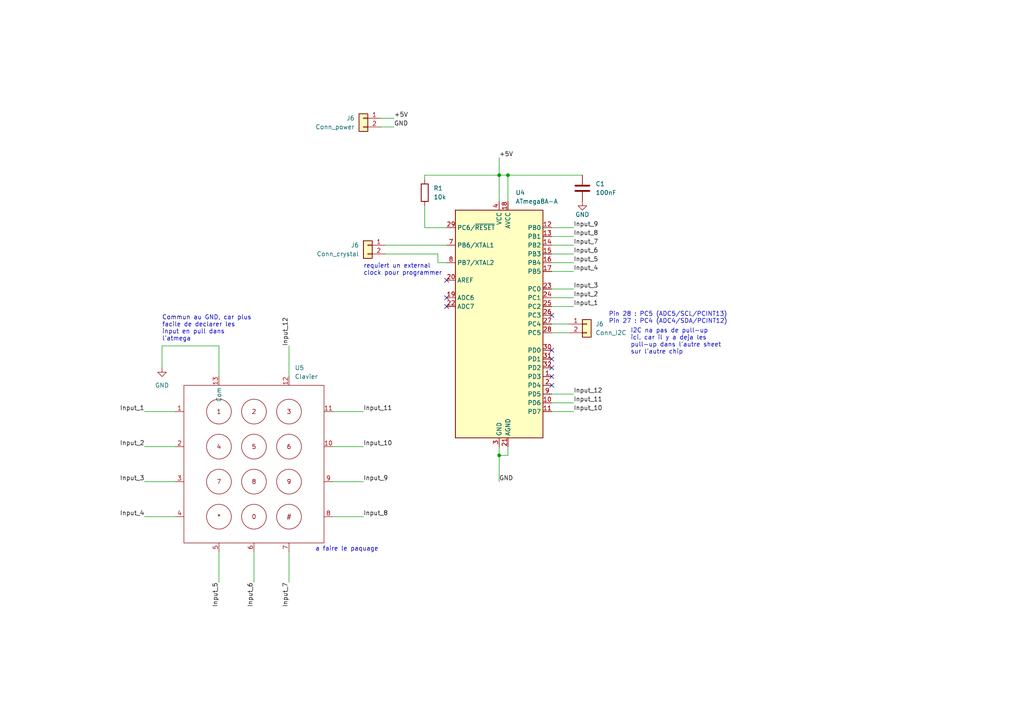
<source format=kicad_sch>
(kicad_sch (version 20230121) (generator eeschema)
  (paper "A4")
  (lib_symbols
    (symbol "Connector_Generic:Conn_01x02" (pin_names (offset 1.016) hide)
      (property "Reference" "J" (at 0 2.54 0))
      (property "Value" "Conn_01x02" (at 0 -5.08 0))
      (symbol "Conn_01x02_1_1"
        (rectangle (start -1.27 -2.413) (end 0 -2.667) (stroke (width 0.1524)))
        (rectangle (start -1.27 0.127) (end 0 -0.127) (stroke (width 0.1524)))
        (rectangle (start -1.27 1.27) (end 1.27 -3.81) (stroke (width 0.254)) (fill (type background)))
        (pin passive line (at -5.08 0 0) (length 3.81) (name "Pin_1") (number "1"))
        (pin passive line (at -5.08 -2.54 0) (length 3.81) (name "Pin_2") (number "2"))
      )
    )
    (symbol "Device:C" (pin_numbers hide) (pin_names (offset 0.254))
      (property "Reference" "C" (at 0.635 2.54 0))
      (property "Value" "C" (at 0.635 -2.54 0))
      (symbol "C_0_1"
        (polyline (pts (xy -2.032 -0.762) (xy 2.032 -0.762)) (stroke (width 0.508)))
        (polyline (pts (xy -2.032 0.762) (xy 2.032 0.762)) (stroke (width 0.508)))
      )
      (symbol "C_1_1"
        (pin passive line (at 0 3.81 270) (length 2.794) (name "~") (number "1"))
        (pin passive line (at 0 -3.81 90) (length 2.794) (name "~") (number "2"))
      )
    )
    (symbol "Device:R" (pin_numbers hide) (pin_names (offset 0))
      (property "Reference" "R" (at 2.032 0 90))
      (property "Value" "R" (at 0 0 90))
      (symbol "R_0_1"
        (rectangle (start -1.016 -2.54) (end 1.016 2.54) (stroke (width 0.254)))
      )
      (symbol "R_1_1"
        (pin passive line (at 0 3.81 270) (length 1.27) (name "~") (number "1"))
        (pin passive line (at 0 -3.81 90) (length 1.27) (name "~") (number "2"))
      )
    )
    (symbol "MCU_Microchip_ATmega:ATmega8A-A"
      (property "Reference" "U" (at -12.7 34.29 0))
      (property "Value" "ATmega8A-A" (at 5.08 -34.29 0))
      (symbol "ATmega8A-A_0_1"
        (rectangle (start -12.7 -33.02) (end 12.7 33.02) (stroke (width 0.254)) (fill (type background)))
      )
      (symbol "ATmega8A-A_1_1"
        (pin bidirectional line (at 15.24 -15.24 180) (length 2.54) (name "PD3") (number "1"))
        (pin bidirectional line (at 15.24 -22.86 180) (length 2.54) (name "PD6") (number "10"))
        (pin bidirectional line (at 15.24 -25.4 180) (length 2.54) (name "PD7") (number "11"))
        (pin bidirectional line (at 15.24 27.94 180) (length 2.54) (name "PB0") (number "12"))
        (pin bidirectional line (at 15.24 25.4 180) (length 2.54) (name "PB1") (number "13"))
        (pin bidirectional line (at 15.24 22.86 180) (length 2.54) (name "PB2") (number "14"))
        (pin bidirectional line (at 15.24 20.32 180) (length 2.54) (name "PB3") (number "15"))
        (pin bidirectional line (at 15.24 17.78 180) (length 2.54) (name "PB4") (number "16"))
        (pin bidirectional line (at 15.24 15.24 180) (length 2.54) (name "PB5") (number "17"))
        (pin power_in line (at 2.54 35.56 270) (length 2.54) (name "AVCC") (number "18"))
        (pin input line (at -15.24 7.62 0) (length 2.54) (name "ADC6") (number "19"))
        (pin bidirectional line (at 15.24 -17.78 180) (length 2.54) (name "PD4") (number "2"))
        (pin passive line (at -15.24 12.7 0) (length 2.54) (name "AREF") (number "20"))
        (pin power_in line (at 2.54 -35.56 90) (length 2.54) (name "AGND") (number "21"))
        (pin input line (at -15.24 5.08 0) (length 2.54) (name "ADC7") (number "22"))
        (pin bidirectional line (at 15.24 10.16 180) (length 2.54) (name "PC0") (number "23"))
        (pin bidirectional line (at 15.24 7.62 180) (length 2.54) (name "PC1") (number "24"))
        (pin bidirectional line (at 15.24 5.08 180) (length 2.54) (name "PC2") (number "25"))
        (pin bidirectional line (at 15.24 2.54 180) (length 2.54) (name "PC3") (number "26"))
        (pin bidirectional line (at 15.24 0 180) (length 2.54) (name "PC4") (number "27"))
        (pin bidirectional line (at 15.24 -2.54 180) (length 2.54) (name "PC5") (number "28"))
        (pin bidirectional line (at -15.24 27.94 0) (length 2.54) (name "PC6/~{RESET}") (number "29"))
        (pin power_in line (at 0 -35.56 90) (length 2.54) (name "GND") (number "3"))
        (pin bidirectional line (at 15.24 -7.62 180) (length 2.54) (name "PD0") (number "30"))
        (pin bidirectional line (at 15.24 -10.16 180) (length 2.54) (name "PD1") (number "31"))
        (pin bidirectional line (at 15.24 -12.7 180) (length 2.54) (name "PD2") (number "32"))
        (pin power_in line (at 0 35.56 270) (length 2.54) (name "VCC") (number "4"))
        (pin passive line (at 0 -35.56 90) (length 2.54) hide (name "GND") (number "5"))
        (pin passive line (at 0 35.56 270) (length 2.54) hide (name "VCC") (number "6"))
        (pin bidirectional line (at -15.24 22.86 0) (length 2.54) (name "PB6/XTAL1") (number "7"))
        (pin bidirectional line (at -15.24 17.78 0) (length 2.54) (name "PB7/XTAL2") (number "8"))
        (pin bidirectional line (at 15.24 -20.32 180) (length 2.54) (name "PD5") (number "9"))
      )
    )
    (symbol "myCustum_symbols:Clavier"
      (property "Reference" "U" (at -20.32 25.4 0))
      (property "Value" "Clavier" (at 0 0 0))
      (symbol "Clavier_0_1"
        (circle (center -10.16 -15.24) (radius 3.5921))
        (circle (center -10.16 -5.08) (radius 3.5921))
        (circle (center -10.16 5.08) (radius 3.5921))
        (circle (center -10.16 15.24) (radius 3.5921))
        (circle (center 0 -15.24) (radius 3.5921))
        (circle (center 0 -5.08) (radius 3.5921))
        (circle (center 0 5.08) (radius 3.5921))
        (circle (center 0 15.24) (radius 3.5921))
        (circle (center 10.16 -15.24) (radius 3.5921))
        (circle (center 10.16 -5.08) (radius 3.5921))
        (circle (center 10.16 5.08) (radius 3.5921))
        (circle (center 10.16 15.24) (radius 3.5921))
      )
      (symbol "Clavier_1_1"
        (rectangle (start -20.32 22.86) (end 20.32 -22.86))
        (text "#" (at 10.16 -15.24 0) (effects (font (size 1.27 1.27))))
        (text "*" (at -10.16 -15.24 0) (effects (font (size 1.27 1.27))))
        (text "0" (at 0 -15.24 0) (effects (font (size 1.27 1.27))))
        (text "1" (at -10.16 15.24 0) (effects (font (size 1.27 1.27))))
        (text "2" (at 0 15.24 0) (effects (font (size 1.27 1.27))))
        (text "3" (at 10.16 15.24 0) (effects (font (size 1.27 1.27))))
        (text "4" (at -10.16 5.08 0) (effects (font (size 1.27 1.27))))
        (text "5" (at 0 5.08 0) (effects (font (size 1.27 1.27))))
        (text "6" (at 10.16 5.08 0) (effects (font (size 1.27 1.27))))
        (text "7" (at -10.16 -5.08 0) (effects (font (size 1.27 1.27))))
        (text "8" (at 0 -5.08 0) (effects (font (size 1.27 1.27))))
        (text "9" (at 10.16 -5.08 0) (effects (font (size 1.27 1.27))))
        (pin output line (at -22.86 15.24 0) (length 2.54) (name "") (number "1"))
        (pin output line (at 22.86 5.08 180) (length 2.54) (name "") (number "10"))
        (pin output line (at 22.86 15.24 180) (length 2.54) (name "") (number "11"))
        (pin output line (at 10.16 25.4 270) (length 2.54) (name "") (number "12"))
        (pin power_in line (at -10.16 25.4 270) (length 2.54) (name "Com") (number "13"))
        (pin output line (at -22.86 5.08 0) (length 2.54) (name "") (number "2"))
        (pin output line (at -22.86 -5.08 0) (length 2.54) (name "") (number "3"))
        (pin output line (at -22.86 -15.24 0) (length 2.54) (name "") (number "4"))
        (pin output line (at -10.16 -25.4 90) (length 2.54) (name "") (number "5"))
        (pin output line (at 0 -25.4 90) (length 2.54) (name "") (number "6"))
        (pin output line (at 10.16 -25.4 90) (length 2.54) (name "") (number "7"))
        (pin output line (at 22.86 -15.24 180) (length 2.54) (name "") (number "8"))
        (pin output line (at 22.86 -5.08 180) (length 2.54) (name "") (number "9"))
      )
    )
    (symbol "power:GND" (power) (pin_names (offset 0))
      (property "Value" "GND" (at 0 -3.81 0))
      (symbol "GND_0_1"
        (polyline (pts (xy 0 0) (xy 0 -1.27) (xy 1.27 -1.27) (xy 0 -2.54) (xy -1.27 -1.27) (xy 0 -1.27)))
      )
      (symbol "GND_1_1"
        (pin power_in line (at 0 0 270) (length 0) hide (name "GND") (number "1"))
      )
    )
  )
  (junction (at 144.78 50.8))
  (junction (at 147.32 50.8))
  (junction (at 144.78 132.08))
  (no_connect (at 160.02 109.22))
  (no_connect (at 160.02 91.44))
  (no_connect (at 160.02 101.6))
  (no_connect (at 160.02 106.68))
  (no_connect (at 129.54 81.28))
  (no_connect (at 129.54 88.9))
  (no_connect (at 160.02 104.14))
  (no_connect (at 160.02 111.76))
  (no_connect (at 129.54 86.36))
  (wire (pts (xy 123.19 50.8) (xy 144.78 50.8)))
  (wire (pts (xy 96.52 149.86) (xy 105.41 149.86)))
  (wire (pts (xy 73.66 160.02) (xy 73.66 168.91)))
  (wire (pts (xy 160.02 114.3) (xy 166.37 114.3)))
  (wire (pts (xy 147.32 50.8) (xy 144.78 50.8)))
  (wire (pts (xy 63.5 160.02) (xy 63.5 168.91)))
  (wire (pts (xy 96.52 119.38) (xy 105.41 119.38)))
  (wire (pts (xy 147.32 129.54) (xy 147.32 132.08)))
  (wire (pts (xy 50.8 119.38) (xy 41.91 119.38)))
  (wire (pts (xy 127 73.66) (xy 111.76 73.66)))
  (wire (pts (xy 83.82 160.02) (xy 83.82 168.91)))
  (wire (pts (xy 160.02 116.84) (xy 166.37 116.84)))
  (wire (pts (xy 127 76.2) (xy 129.54 76.2)))
  (wire (pts (xy 160.02 71.12) (xy 166.37 71.12)))
  (wire (pts (xy 63.5 100.33) (xy 63.5 109.22)))
  (wire (pts (xy 83.82 109.22) (xy 83.82 100.33)))
  (wire (pts (xy 50.8 129.54) (xy 41.91 129.54)))
  (wire (pts (xy 50.8 139.7) (xy 41.91 139.7)))
  (wire (pts (xy 110.49 36.83) (xy 114.3 36.83)))
  (wire (pts (xy 144.78 45.72) (xy 144.78 50.8)))
  (wire (pts (xy 123.19 52.07) (xy 123.19 50.8)))
  (wire (pts (xy 147.32 132.08) (xy 144.78 132.08)))
  (wire (pts (xy 160.02 73.66) (xy 166.37 73.66)))
  (wire (pts (xy 127 76.2) (xy 127 73.66)))
  (wire (pts (xy 147.32 50.8) (xy 168.91 50.8)))
  (wire (pts (xy 111.76 71.12) (xy 129.54 71.12)))
  (wire (pts (xy 50.8 149.86) (xy 41.91 149.86)))
  (wire (pts (xy 110.49 34.29) (xy 114.3 34.29)))
  (wire (pts (xy 160.02 96.52) (xy 165.1 96.52)))
  (wire (pts (xy 160.02 119.38) (xy 166.37 119.38)))
  (wire (pts (xy 96.52 129.54) (xy 105.41 129.54)))
  (wire (pts (xy 147.32 58.42) (xy 147.32 50.8)))
  (wire (pts (xy 160.02 68.58) (xy 166.37 68.58)))
  (wire (pts (xy 160.02 83.82) (xy 166.37 83.82)))
  (wire (pts (xy 160.02 66.04) (xy 166.37 66.04)))
  (wire (pts (xy 96.52 139.7) (xy 105.41 139.7)))
  (wire (pts (xy 160.02 78.74) (xy 166.37 78.74)))
  (wire (pts (xy 160.02 88.9) (xy 166.37 88.9)))
  (wire (pts (xy 160.02 86.36) (xy 166.37 86.36)))
  (wire (pts (xy 144.78 50.8) (xy 144.78 58.42)))
  (wire (pts (xy 160.02 93.98) (xy 165.1 93.98)))
  (wire (pts (xy 46.99 100.33) (xy 63.5 100.33)))
  (wire (pts (xy 144.78 132.08) (xy 144.78 139.7)))
  (wire (pts (xy 46.99 100.33) (xy 46.99 106.68)))
  (wire (pts (xy 123.19 59.69) (xy 123.19 66.04)))
  (wire (pts (xy 160.02 76.2) (xy 166.37 76.2)))
  (wire (pts (xy 123.19 66.04) (xy 129.54 66.04)))
  (wire (pts (xy 144.78 129.54) (xy 144.78 132.08)))
  (text "requiert un external \nclock pour programmer" (at 105.41 80.01 0) (effects (font (size 1.27 1.27)) (justify left bottom)))
  (text "Commun au GND, car plus\nfacile de declarer les\ninput en pull dans \nl'atmega" (at 46.99 99.06 0) (effects (font (size 1.27 1.27)) (justify left bottom)))
  (text "a faire le paquage" (at 91.44 160.02 0) (effects (font (size 1.27 1.27)) (justify left bottom)))
  (text "Pin 28 : PC5 (ADC5/SCL/PCINT13)\nPin 27 : PC4 (ADC4/SDA/PCINT12)" (at 176.53 93.98 0) (effects (font (size 1.27 1.27)) (justify left bottom)))
  (text "I2C na pas de pull-up\nici, car il y a deja les\npull-up dans l'autre sheet\nsur l'autre chip" (at 182.88 102.87 0) (effects (font (size 1.27 1.27)) (justify left bottom)))
  (label "+5V" (at 144.78 45.72 0))
  (label "+5V" (at 114.3 34.29 0))
  (label "Input_1" (at 41.91 119.38 180))
  (label "Input_2" (at 166.37 86.36 0))
  (label "Input_3" (at 41.91 139.7 180))
  (label "Input_9" (at 166.37 66.04 0))
  (label "Input_7" (at 83.82 168.91 270))
  (label "Input_6" (at 166.37 73.66 0))
  (label "Input_7" (at 166.37 71.12 0))
  (label "Input_9" (at 105.41 139.7 0))
  (label "Input_12" (at 166.37 114.3 0))
  (label "Input_11" (at 166.37 116.84 0))
  (label "Input_1" (at 166.37 88.9 0))
  (label "Input_5" (at 166.37 76.2 0))
  (label "Input_12" (at 83.82 100.33 90))
  (label "Input_4" (at 166.37 78.74 0))
  (label "Input_10" (at 105.41 129.54 0))
  (label "Input_8" (at 166.37 68.58 0))
  (label "Input_8" (at 105.41 149.86 0))
  (label "Input_6" (at 73.66 168.91 270))
  (label "Input_10" (at 166.37 119.38 0))
  (label "Input_5" (at 63.5 168.91 270))
  (label "Input_3" (at 166.37 83.82 0))
  (label "Input_4" (at 41.91 149.86 180))
  (label "Input_11" (at 105.41 119.38 0))
  (label "Input_2" (at 41.91 129.54 180))
  (label "GND" (at 114.3 36.83 0))
  (label "GND" (at 144.78 139.7 0))
  (symbol (lib_id "Connector_Generic:Conn_01x02") (at 105.41 34.29 0) (mirror y) (unit 1)
    (property "Reference" "J6" (at 102.87 34.29 0) (effects (justify left)))
    (property "Value" "Conn_power" (at 102.87 36.83 0) (effects (justify left)))
    (property "Footprint" "myLib:Conn1x2" (effects hide))
    (instances (project "laob_maison" (path "" (reference "J6") (unit 1)) (path "" (reference "J13") (unit 1)) (path "" (reference "J15") (unit 1))))
  )
  (symbol (lib_id "Connector_Generic:Conn_01x02") (at 170.18 93.98 0) (unit 1)
    (property "Reference" "J6" (at 172.72 93.98 0) (effects (justify left)))
    (property "Value" "Conn_I2C" (at 172.72 96.52 0) (effects (justify left)))
    (property "Footprint" "myLib:Conn1x2" (effects hide))
    (instances (project "laob_maison" (path "" (reference "J6") (unit 1)) (path "" (reference "J9") (unit 1))))
  )
  (symbol (lib_id "Device:C") (at 168.91 54.61 0) (unit 1)
    (property "Reference" "C1" (at 172.72 53.34 0) (effects (justify left)))
    (property "Value" "100nF" (at 172.72 55.88 0) (effects (justify left)))
    (property "Footprint" "Capacitor_THT:CP_Radial_Tantal_D7.0mm_P5.00mm" (effects hide))
    (instances (project "laob_maison" (path "" (reference "C1") (unit 1)) (path "" (reference "C4") (unit 1))))
  )
  (symbol (lib_id "myCustum_symbols:Clavier") (at 73.66 134.62 0) (unit 1)
    (property "Reference" "U5" (at 85.4711 106.68 0) (effects (justify left)))
    (property "Value" "Clavier" (at 85.4711 109.22 0) (effects (justify left)))
    (property "Footprint" "myLib:Conn1x13_clavier" (effects hide))
  )
  (symbol (lib_id "Connector_Generic:Conn_01x02") (at 106.68 71.12 0) (mirror y) (unit 1)
    (property "Reference" "J6" (at 104.14 71.12 0) (effects (justify left)))
    (property "Value" "Conn_crystal" (at 104.14 73.66 0) (effects (justify left)))
    (property "Footprint" "myLib:Conn1x2" (effects hide))
    (instances (project "laob_maison" (path "" (reference "J6") (unit 1)) (path "" (reference "J4") (unit 1))))
  )
  (symbol (lib_id "MCU_Microchip_ATmega:ATmega8A-A") (at 144.78 93.98 0) (unit 1)
    (property "Reference" "U4" (at 149.5141 55.88 0) (effects (justify left)))
    (property "Value" "ATmega8A-A" (at 149.5141 58.42 0) (effects (justify left)))
    (property "Footprint" "Package_QFP:TQFP-32_7x7mm_P0.8mm" (effects hide))
    (property "Datasheet" "http://ww1.microchip.com/downloads/en/DeviceDoc/Microchip%208bit%20mcu%20AVR%20ATmega8A%20data%20sheet%2040001974A.pdf" (effects hide))
  )
  (symbol (lib_id "power:GND") (at 46.99 106.68 0) (unit 1)
    (property "Reference" "#PWR03" (effects hide))
    (property "Value" "GND" (at 46.99 111.76 0))
    (instances (project "laob_maison" (path "" (reference "#PWR03") (unit 1)) (path "" (reference "#PWR016") (unit 1))))
  )
  (symbol (lib_id "power:GND") (at 168.91 58.42 0) (unit 1)
    (property "Reference" "#PWR03" (effects hide))
    (property "Value" "GND" (at 168.91 62.23 0))
    (instances (project "laob_maison" (path "" (reference "#PWR03") (unit 1)) (path "" (reference "#PWR010") (unit 1))))
  )
  (symbol (lib_id "Device:R") (at 123.19 55.88 0) (unit 1)
    (property "Reference" "R1" (at 125.73 54.61 0) (effects (justify left)))
    (property "Value" "10k" (at 125.73 57.15 0) (effects (justify left)))
    (property "Footprint" "Resistor_THT:R_Axial_DIN0309_L9.0mm_D3.2mm_P12.70mm_Horizontal" (effects hide))
    (instances (project "laob_maison" (path "" (reference "R1") (unit 1)) (path "" (reference "R6") (unit 1))))
  )
)
</source>
